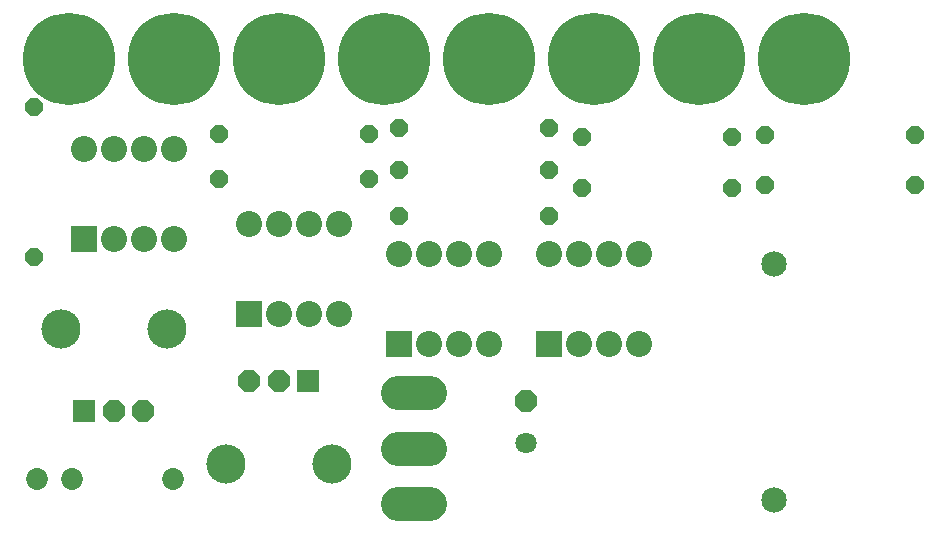
<source format=gbr>
G04 EAGLE Gerber RS-274X export*
G75*
%MOMM*%
%FSLAX34Y34*%
%LPD*%
%INSoldermask Top*%
%IPPOS*%
%AMOC8*
5,1,8,0,0,1.08239X$1,22.5*%
G01*
%ADD10C,2.153200*%
%ADD11P,1.951982X8X112.500000*%
%ADD12C,1.803400*%
%ADD13P,1.649562X8X292.500000*%
%ADD14R,2.203200X2.203200*%
%ADD15C,2.203200*%
%ADD16C,1.853200*%
%ADD17R,1.853200X1.853200*%
%ADD18P,2.005885X8X112.500000*%
%ADD19C,3.319200*%
%ADD20C,2.908300*%
%ADD21P,1.649562X8X202.500000*%
%ADD22P,1.649562X8X22.500000*%
%ADD23C,7.823200*%
%ADD24P,2.005885X8X292.500000*%


D10*
X660400Y32800D03*
X660400Y232800D03*
D11*
X450850Y116840D03*
D12*
X450850Y81280D03*
D13*
X34290Y365760D03*
X34290Y238760D03*
D14*
X76200Y254000D03*
D15*
X101600Y254000D03*
X127000Y254000D03*
X152400Y254000D03*
X152400Y330200D03*
X127000Y330200D03*
X101600Y330200D03*
X76200Y330200D03*
D16*
X151600Y50800D03*
X66600Y50800D03*
X36600Y50800D03*
D17*
X266300Y133500D03*
D18*
X241300Y133500D03*
X216300Y133500D03*
D19*
X196300Y63500D03*
X286300Y63500D03*
D20*
X342075Y29210D02*
X369126Y29210D01*
X369126Y76200D02*
X342075Y76200D01*
X342075Y123190D02*
X369126Y123190D01*
D21*
X317500Y342900D03*
X190500Y342900D03*
D14*
X215900Y190500D03*
D15*
X241300Y190500D03*
X266700Y190500D03*
X292100Y190500D03*
X292100Y266700D03*
X266700Y266700D03*
X241300Y266700D03*
X215900Y266700D03*
D22*
X190500Y304800D03*
X317500Y304800D03*
X342900Y273050D03*
X469900Y273050D03*
D14*
X342900Y165100D03*
D15*
X368300Y165100D03*
X393700Y165100D03*
X419100Y165100D03*
X419100Y241300D03*
X393700Y241300D03*
X368300Y241300D03*
X342900Y241300D03*
D22*
X342900Y312420D03*
X469900Y312420D03*
X342900Y347980D03*
X469900Y347980D03*
X652780Y299720D03*
X779780Y299720D03*
D14*
X469900Y165100D03*
D15*
X495300Y165100D03*
X520700Y165100D03*
X546100Y165100D03*
X546100Y241300D03*
X520700Y241300D03*
X495300Y241300D03*
X469900Y241300D03*
D22*
X652780Y341630D03*
X779780Y341630D03*
X497840Y297180D03*
X624840Y297180D03*
D21*
X624840Y340360D03*
X497840Y340360D03*
D23*
X63500Y406400D03*
X152400Y406400D03*
X241300Y406400D03*
X330200Y406400D03*
X419100Y406400D03*
X508000Y406400D03*
X596900Y406400D03*
X685800Y406400D03*
D17*
X76600Y107800D03*
D24*
X101600Y107800D03*
X126600Y107800D03*
D19*
X146600Y177800D03*
X56600Y177800D03*
M02*

</source>
